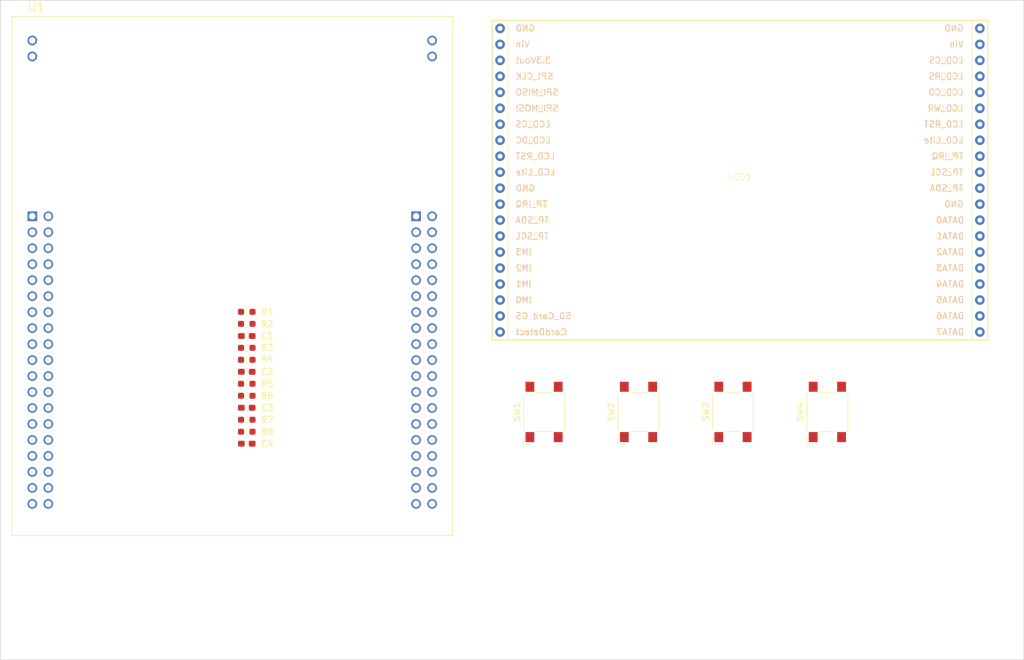
<source format=kicad_pcb>
(kicad_pcb (version 20221018) (generator pcbnew)
  (layers (0 "F.Cu" signal) (31 "B.Cu" signal) (34 "B.Paste" user) (35 "F.Paste" user) (36 "B.SilkS" user "B.Silkscreen") (37 "F.SilkS" user "F.Silkscreen") (38 "B.Mask" user) (39 "F.Mask" user) (44 "Edge.Cuts" user))
  (net 0 "")
  (net 58 "+3V3")
  (net 59 "+5V")
  (net 60 "I2C1_SCL")
  (net 61 "I2C1_SDA")
  (net 62 "GND")
  (net 63 "LCD_CS")
  (net 64 "LCD_DC")
  (net 65 "LCD_RST")
  (net 66 "LCD_LITE")
  (net 67 "UART1_TX")
  (net 68 "SPI1_MISO")
  (net 69 "SPI1_MOSI")
  (net 70 "SPI1_SCK")
  (net 71 "UART1_RX")
  (net 72 "BUTTON1")
  (net 73 "Net-(SW1-A)")
  (net 74 "BUTTON2")
  (net 75 "BUTTON3")
  (net 76 "BUTTON4")
  (net 77 "Net-(SW2-A)")
  (net 78 "Net-(SW3-A)")
  (net 79 "Net-(SW4-A)")
  (net 111 "+3.3V")
  (footprint "Capacitor_SMD:C_0603_1608Metric_Pad1.08x0.95mm_HandSolder" (layer "F.Cu") (at 90.5775 111.095 180)
    (fp_text reference "C4" (at -2.183 0) (layer "F.SilkS") (effects (justify left)))
    (fp_text value "10uF" hide)
    (fp_line (start -0.146267 -0.51) (end 0.146267 -0.51) (stroke (width 0.12)) (layer "F.SilkS"))
    (fp_line (start -0.146267 0.51) (end 0.146267 0.51) (stroke (width 0.12)) (layer "F.SilkS"))
    (pad "1" smd roundrect (at -0.8625 0 180) (size 1.075 0.95) (layers "F.Cu" "F.Paste" "F.Mask") (net 62 "GND"))
    (pad "2" smd roundrect (at 0.8625 0 180) (size 1.075 0.95) (layers "F.Cu" "F.Paste" "F.Mask") (net 76 "BUTTON4"))
  )
  (footprint "Resistor_SMD:R_0603_1608Metric_Pad0.98x0.95mm_HandSolder" (layer "F.Cu") (at 90.5775 90.14 180)
    (fp_text reference "R1" (at -2.183 0 180) (layer "F.SilkS") (effects (justify left)))
    (fp_text value "10K" hide)
    (fp_line (start -0.254724 -0.5225) (end 0.254724 -0.5225) (stroke (width 0.12)) (layer "F.SilkS"))
    (fp_line (start -0.254724 0.5225) (end 0.254724 0.5225) (stroke (width 0.12)) (layer "F.SilkS"))
    (pad "1" smd roundrect (at -0.9125 0 180) (size 0.975 0.95) (layers "F.Cu" "F.Paste" "F.Mask") (net 73 "Net-(SW1-A)"))
    (pad "2" smd roundrect (at 0.9125 0 180) (size 0.975 0.95) (layers "F.Cu" "F.Paste" "F.Mask") (net 111 "+3.3V"))
  )
  (footprint "Capacitor_SMD:C_0603_1608Metric_Pad1.08x0.95mm_HandSolder" (layer "F.Cu") (at 90.5775 99.665 180)
    (fp_text reference "C2" (at -2.183 0) (layer "F.SilkS") (effects (justify left)))
    (fp_text value "10uF" hide)
    (fp_line (start -0.146267 -0.51) (end 0.146267 -0.51) (stroke (width 0.12)) (layer "F.SilkS"))
    (fp_line (start -0.146267 0.51) (end 0.146267 0.51) (stroke (width 0.12)) (layer "F.SilkS"))
    (pad "1" smd roundrect (at -0.8625 0 180) (size 1.075 0.95) (layers "F.Cu" "F.Paste" "F.Mask") (net 62 "GND"))
    (pad "2" smd roundrect (at 0.8625 0 180) (size 1.075 0.95) (layers "F.Cu" "F.Paste" "F.Mask") (net 74 "BUTTON2"))
  )
  (footprint "KPM-Dev-Boards:MODULE_NUCLEO-L053R8" (layer "F.Cu") (at 88.265 84.455)
    (fp_text reference "U1" (at -31.115 -42.799) (layer "F.SilkS") (effects (font (size 1.4 1.4))))
    (fp_text value "NUCLEO-L053R8")
    (fp_line (start -35 -41.25) (end 35 -41.25) (stroke (width 0.127)) (layer "F.SilkS"))
    (fp_line (start -35 41.25) (end -35 -41.25) (stroke (width 0.127)) (layer "F.SilkS"))
    (fp_line (start 35 -41.25) (end 35 41.25) (stroke (width 0.127)) (layer "F.SilkS"))
    (fp_line (start 35 41.25) (end -35 41.25) (stroke (width 0.127)) (layer "F.SilkS"))
    (pad "" np_thru_hole circle locked (at -24.13 -13.32) (size 3.05 3.05) (drill 3.05) (layers "*.Cu" "*.Mask"))
    (pad "" np_thru_hole circle locked (at 8.89 38.75) (size 3.05 3.05) (drill 3.05) (layers "*.Cu" "*.Mask"))
    (pad "" np_thru_hole circle locked (at 24.13 -12.05) (size 3.05 3.05) (drill 3.05) (layers "*.Cu" "*.Mask"))
    (pad "CN7_1" thru_hole rect locked (at -31.75 -9.51) (size 1.53 1.53) (drill 1.02) (layers "*.Cu" "*.Mask"))
    (pad "CN7_2" thru_hole circle locked (at -29.21 -9.51) (size 1.53 1.53) (drill 1.02) (layers "*.Cu" "*.Mask"))
    (pad "CN7_3" thru_hole circle locked (at -31.75 -6.97) (size 1.53 1.53) (drill 1.02) (layers "*.Cu" "*.Mask"))
    (pad "CN7_4" thru_hole circle locked (at -29.21 -6.97) (size 1.53 1.53) (drill 1.02) (layers "*.Cu" "*.Mask"))
    (pad "CN7_5" thru_hole circle locked (at -31.75 -4.43) (size 1.53 1.53) (drill 1.02) (layers "*.Cu" "*.Mask"))
    (pad "CN7_6" thru_hole circle locked (at -29.21 -4.43) (size 1.53 1.53) (drill 1.02) (layers "*.Cu" "*.Mask"))
    (pad "CN7_7" thru_hole circle locked (at -31.75 -1.89) (size 1.53 1.53) (drill 1.02) (layers "*.Cu" "*.Mask"))
    (pad "CN7_8" thru_hole circle locked (at -29.21 -1.89) (size 1.53 1.53) (drill 1.02) (layers "*.Cu" "*.Mask") (net 62 "GND"))
    (pad "CN7_9" thru_hole circle locked (at -31.75 0.65) (size 1.53 1.53) (drill 1.02) (layers "*.Cu" "*.Mask"))
    (pad "CN7_10" thru_hole circle locked (at -29.21 0.65) (size 1.53 1.53) (drill 1.02) (layers "*.Cu" "*.Mask"))
    (pad "CN7_11" thru_hole circle locked (at -31.75 3.19) (size 1.53 1.53) (drill 1.02) (layers "*.Cu" "*.Mask"))
    (pad "CN7_12" thru_hole circle locked (at -29.21 3.19) (size 1.53 1.53) (drill 1.02) (layers "*.Cu" "*.Mask"))
    (pad "CN7_13" thru_hole circle locked (at -31.75 5.73) (size 1.53 1.53) (drill 1.02) (layers "*.Cu" "*.Mask"))
    (pad "CN7_14" thru_hole circle locked (at -29.21 5.73) (size 1.53 1.53) (drill 1.02) (layers "*.Cu" "*.Mask"))
    (pad "CN7_15" thru_hole circle locked (at -31.75 8.27) (size 1.53 1.53) (drill 1.02) (layers "*.Cu" "*.Mask"))
    (pad "CN7_16" thru_hole circle locked (at -29.21 8.27) (size 1.53 1.53) (drill 1.02) (layers "*.Cu" "*.Mask") (net 58 "+3V3"))
    (pad "CN7_17" thru_hole circle locked (at -31.75 10.81) (size 1.53 1.53) (drill 1.02) (layers "*.Cu" "*.Mask"))
    (pad "CN7_18" thru_hole circle locked (at -29.21 10.81) (size 1.53 1.53) (drill 1.02) (layers "*.Cu" "*.Mask") (net 59 "+5V"))
    (pad "CN7_19" thru_hole circle locked (at -31.75 13.35) (size 1.53 1.53) (drill 1.02) (layers "*.Cu" "*.Mask") (net 62 "GND"))
    (pad "CN7_20" thru_hole circle locked (at -29.21 13.35) (size 1.53 1.53) (drill 1.02) (layers "*.Cu" "*.Mask") (net 62 "GND"))
    (pad "CN7_21" thru_hole circle locked (at -31.75 15.89) (size 1.53 1.53) (drill 1.02) (layers "*.Cu" "*.Mask"))
    (pad "CN7_22" thru_hole circle locked (at -29.21 15.89) (size 1.53 1.53) (drill 1.02) (layers "*.Cu" "*.Mask") (net 62 "GND"))
    (pad "CN7_23" thru_hole circle locked (at -31.75 18.43) (size 1.53 1.53) (drill 1.02) (layers "*.Cu" "*.Mask"))
    (pad "CN7_24" thru_hole circle locked (at -29.21 18.43) (size 1.53 1.53) (drill 1.02) (layers "*.Cu" "*.Mask"))
    (pad "CN7_25" thru_hole circle locked (at -31.75 20.97) (size 1.53 1.53) (drill 1.02) (layers "*.Cu" "*.Mask"))
    (pad "CN7_26" thru_hole circle locked (at -29.21 20.97) (size 1.53 1.53) (drill 1.02) (layers "*.Cu" "*.Mask"))
    (pad "CN7_27" thru_hole circle locked (at -31.75 23.51) (size 1.53 1.53) (drill 1.02) (layers "*.Cu" "*.Mask"))
    (pad "CN7_28" thru_hole circle locked (at -29.21 23.51) (size 1.53 1.53) (drill 1.02) (layers "*.Cu" "*.Mask"))
    (pad "CN7_29" thru_hole circle locked (at -31.75 26.05) (size 1.53 1.53) (drill 1.02) (layers "*.Cu" "*.Mask"))
    (pad "CN7_30" thru_hole circle locked (at -29.21 26.05) (size 1.53 1.53) (drill 1.02) (layers "*.Cu" "*.Mask"))
    (pad "CN7_31" thru_hole circle locked (at -31.75 28.59) (size 1.53 1.53) (drill 1.02) (layers "*.Cu" "*.Mask"))
    (pad "CN7_32" thru_hole circle locked (at -29.21 28.59) (size 1.53 1.53) (drill 1.02) (layers "*.Cu" "*.Mask"))
    (pad "CN7_33" thru_hole circle locked (at -31.75 31.13) (size 1.53 1.53) (drill 1.02) (layers "*.Cu" "*.Mask"))
    (pad "CN7_34" thru_hole circle locked (at -29.21 31.13) (size 1.53 1.53) (drill 1.02) (layers "*.Cu" "*.Mask"))
    (pad "CN7_35" thru_hole circle locked (at -31.75 33.67) (size 1.53 1.53) (drill 1.02) (layers "*.Cu" "*.Mask"))
    (pad "CN7_36" thru_hole circle locked (at -29.21 33.67) (size 1.53 1.53) (drill 1.02) (layers "*.Cu" "*.Mask"))
    (pad "CN7_37" thru_hole circle locked (at -31.75 36.21) (size 1.53 1.53) (drill 1.02) (layers "*.Cu" "*.Mask"))
    (pad "CN7_38" thru_hole circle locked (at -29.21 36.21) (size 1.53 1.53) (drill 1.02) (layers "*.Cu" "*.Mask"))
    (pad "CN10_1" thru_hole rect locked (at 29.21 -9.51) (size 1.53 1.53) (drill 1.02) (layers "*.Cu" "*.Mask"))
    (pad "CN10_2" thru_hole circle locked (at 31.75 -9.51) (size 1.53 1.53) (drill 1.02) (layers "*.Cu" "*.Mask"))
    (pad "CN10_3" thru_hole circle locked (at 29.21 -6.97) (size 1.53 1.53) (drill 1.02) (layers "*.Cu" "*.Mask") (net 60 "I2C1_SCL"))
    (pad "CN10_4" thru_hole circle locked (at 31.75 -6.97) (size 1.53 1.53) (drill 1.02) (layers "*.Cu" "*.Mask") (net 63 "LCD_CS"))
    (pad "CN10_5" thru_hole circle locked (at 29.21 -4.43) (size 1.53 1.53) (drill 1.02) (layers "*.Cu" "*.Mask") (net 61 "I2C1_SDA"))
    (pad "CN10_6" thru_hole circle locked (at 31.75 -4.43) (size 1.53 1.53) (drill 1.02) (layers "*.Cu" "*.Mask") (net 64 "LCD_DC"))
    (pad "CN10_7" thru_hole circle locked (at 29.21 -1.89) (size 1.53 1.53) (drill 1.02) (layers "*.Cu" "*.Mask"))
    (pad "CN10_8" thru_hole circle locked (at 31.75 -1.89) (size 1.53 1.53) (drill 1.02) (layers "*.Cu" "*.Mask"))
    (pad "CN10_9" thru_hole circle locked (at 29.21 0.65) (size 1.53 1.53) (drill 1.02) (layers "*.Cu" "*.Mask") (net 62 "GND"))
    (pad "CN10_10" thru_hole circle locked (at 31.75 0.65) (size 1.53 1.53) (drill 1.02) (layers "*.Cu" "*.Mask"))
    (pad "CN10_11" thru_hole circle locked (at 29.21 3.19) (size 1.53 1.53) (drill 1.02) (layers "*.Cu" "*.Mask"))
    (pad "CN10_12" thru_hole circle locked (at 31.75 3.19) (size 1.53 1.53) (drill 1.02) (layers "*.Cu" "*.Mask"))
    (pad "CN10_13" thru_hole circle locked (at 29.21 5.73) (size 1.53 1.53) (drill 1.02) (layers "*.Cu" "*.Mask") (net 65 "LCD_RST"))
    (pad "CN10_14" thru_hole circle locked (at 31.75 5.73) (size 1.53 1.53) (drill 1.02) (layers "*.Cu" "*.Mask"))
    (pad "CN10_15" thru_hole circle locked (at 29.21 8.27) (size 1.53 1.53) (drill 1.02) (layers "*.Cu" "*.Mask") (net 66 "LCD_LITE"))
    (pad "CN10_16" thru_hole circle locked (at 31.75 8.27) (size 1.53 1.53) (drill 1.02) (layers "*.Cu" "*.Mask"))
    (pad "CN10_17" thru_hole circle locked (at 29.21 10.81) (size 1.53 1.53) (drill 1.02) (layers "*.Cu" "*.Mask"))
    (pad "CN10_18" thru_hole circle locked (at 31.75 10.81) (size 1.53 1.53) (drill 1.02) (layers "*.Cu" "*.Mask"))
    (pad "CN10_19" thru_hole circle locked (at 29.21 13.35) (size 1.53 1.53) (drill 1.02) (layers "*.Cu" "*.Mask"))
    (pad "CN10_20" thru_hole circle locked (at 31.75 13.35) (size 1.53 1.53) (drill 1.02) (layers "*.Cu" "*.Mask") (net 62 "GND"))
    (pad "CN10_21" thru_hole circle locked (at 29.21 15.89) (size 1.53 1.53) (drill 1.02) (layers "*.Cu" "*.Mask") (net 67 "UART1_TX"))
    (pad "CN10_22" thru_hole circle locked (at 31.75 15.89) (size 1.53 1.53) (drill 1.02) (layers "*.Cu" "*.Mask"))
    (pad "CN10_23" thru_hole circle locked (at 29.21 18.43) (size 1.53 1.53) (drill 1.02) (layers "*.Cu" "*.Mask"))
    (pad "CN10_24" thru_hole circle locked (at 31.75 18.43) (size 1.53 1.53) (drill 1.02) (layers "*.Cu" "*.Mask"))
    (pad "CN10_25" thru_hole circle locked (at 29.21 20.97) (size 1.53 1.53) (drill 1.02) (layers "*.Cu" "*.Mask"))
    (pad "CN10_26" thru_hole circle locked (at 31.75 20.97) (size 1.53 1.53) (drill 1.02) (layers "*.Cu" "*.Mask"))
    (pad "CN10_27" thru_hole circle locked (at 29.21 23.51) (size 1.53 1.53) (drill 1.02) (layers "*.Cu" "*.Mask") (net 68 "SPI1_MISO"))
    (pad "CN10_28" thru_hole circle locked (at 31.75 23.51) (size 1.53 1.53) (drill 1.02) (layers "*.Cu" "*.Mask"))
    (pad "CN10_29" thru_hole circle locked (at 29.21 26.05) (size 1.53 1.53) (drill 1.02) (layers "*.Cu" "*.Mask") (net 69 "SPI1_MOSI"))
    (pad "CN10_30" thru_hole circle locked (at 31.75 26.05) (size 1.53 1.53) (drill 1.02) (layers "*.Cu" "*.Mask"))
    (pad "CN10_31" thru_hole circle locked (at 29.21 28.59) (size 1.53 1.53) (drill 1.02) (layers "*.Cu" "*.Mask") (net 70 "SPI1_SCK"))
    (pad "CN10_32" thru_hole circle locked (at 31.75 28.59) (size 1.53 1.53) (drill 1.02) (layers "*.Cu" "*.Mask"))
    (pad "CN10_33" thru_hole circle locked (at 29.21 31.13) (size 1.53 1.53) (drill 1.02) (layers "*.Cu" "*.Mask") (net 71 "UART1_RX"))
    (pad "CN10_34" thru_hole circle locked (at 31.75 31.13) (size 1.53 1.53) (drill 1.02) (layers "*.Cu" "*.Mask"))
    (pad "CN10_35" thru_hole circle locked (at 29.21 33.67) (size 1.53 1.53) (drill 1.02) (layers "*.Cu" "*.Mask"))
    (pad "CN10_36" thru_hole circle locked (at 31.75 33.67) (size 1.53 1.53) (drill 1.02) (layers "*.Cu" "*.Mask"))
    (pad "CN10_37" thru_hole circle locked (at 29.21 36.21) (size 1.53 1.53) (drill 1.02) (layers "*.Cu" "*.Mask"))
    (pad "CN10_38" thru_hole circle locked (at 31.75 36.21) (size 1.53 1.53) (drill 1.02) (layers "*.Cu" "*.Mask"))
    (pad "CN11_1" thru_hole circle locked (at 31.75 -37.45) (size 1.53 1.53) (drill 1.02) (layers "*.Cu" "*.Mask") (net 62 "GND"))
    (pad "CN11_2" thru_hole circle locked (at 31.75 -34.91) (size 1.53 1.53) (drill 1.02) (layers "*.Cu" "*.Mask") (net 62 "GND"))
    (pad "CN12_1" thru_hole circle locked (at -31.75 -37.45) (size 1.53 1.53) (drill 1.02) (layers "*.Cu" "*.Mask") (net 62 "GND"))
    (pad "CN12_2" thru_hole circle locked (at -31.75 -34.91) (size 1.53 1.53) (drill 1.02) (layers "*.Cu" "*.Mask") (net 62 "GND"))
  )
  (footprint "Resistor_SMD:R_0603_1608Metric_Pad0.98x0.95mm_HandSolder" (layer "F.Cu") (at 90.5775 97.76)
    (fp_text reference "R4" (at 2.183 -0.12) (layer "F.SilkS") (effects (justify left)))
    (fp_text value "1K" hide)
    (fp_line (start -0.254724 -0.5225) (end 0.254724 -0.5225) (stroke (width 0.12)) (layer "F.SilkS"))
    (fp_line (start -0.254724 0.5225) (end 0.254724 0.5225) (stroke (width 0.12)) (layer "F.SilkS"))
    (pad "1" smd roundrect (at -0.9125 0) (size 0.975 0.95) (layers "F.Cu" "F.Paste" "F.Mask") (net 74 "BUTTON2"))
    (pad "2" smd roundrect (at 0.9125 0) (size 0.975 0.95) (layers "F.Cu" "F.Paste" "F.Mask") (net 77 "Net-(SW2-A)"))
  )
  (footprint "Capacitor_SMD:C_0603_1608Metric_Pad1.08x0.95mm_HandSolder" (layer "F.Cu") (at 90.5775 93.98 180)
    (fp_text reference "C1" (at -2.183 0.03 180) (layer "F.SilkS") (effects (justify left)))
    (fp_text value "10uF" hide)
    (fp_line (start -0.146267 -0.51) (end 0.146267 -0.51) (stroke (width 0.12)) (layer "F.SilkS"))
    (fp_line (start -0.146267 0.51) (end 0.146267 0.51) (stroke (width 0.12)) (layer "F.SilkS"))
    (pad "1" smd roundrect (at -0.8625 0 180) (size 1.075 0.95) (layers "F.Cu" "F.Paste" "F.Mask") (net 62 "GND"))
    (pad "2" smd roundrect (at 0.8625 0 180) (size 1.075 0.95) (layers "F.Cu" "F.Paste" "F.Mask") (net 72 "BUTTON1"))
  )
  (footprint "Capacitor_SMD:C_0603_1608Metric_Pad1.08x0.95mm_HandSolder" (layer "F.Cu") (at 90.5775 105.38 180)
    (fp_text reference "C3" (at -2.183 0) (layer "F.SilkS") (effects (justify left)))
    (fp_text value "10uF" hide)
    (fp_line (start -0.146267 -0.51) (end 0.146267 -0.51) (stroke (width 0.12)) (layer "F.SilkS"))
    (fp_line (start -0.146267 0.51) (end 0.146267 0.51) (stroke (width 0.12)) (layer "F.SilkS"))
    (pad "1" smd roundrect (at -0.8625 0 180) (size 1.075 0.95) (layers "F.Cu" "F.Paste" "F.Mask") (net 62 "GND"))
    (pad "2" smd roundrect (at 0.8625 0 180) (size 1.075 0.95) (layers "F.Cu" "F.Paste" "F.Mask") (net 75 "BUTTON3"))
  )
  (footprint "Resistor_SMD:R_0603_1608Metric_Pad0.98x0.95mm_HandSolder" (layer "F.Cu") (at 90.5775 101.57 180)
    (fp_text reference "R5" (at -2.183 0) (layer "F.SilkS") (effects (justify left)))
    (fp_text value "10K" hide)
    (fp_line (start -0.254724 -0.5225) (end 0.254724 -0.5225) (stroke (width 0.12)) (layer "F.SilkS"))
    (fp_line (start -0.254724 0.5225) (end 0.254724 0.5225) (stroke (width 0.12)) (layer "F.SilkS"))
    (pad "1" smd roundrect (at -0.9125 0 180) (size 0.975 0.95) (layers "F.Cu" "F.Paste" "F.Mask") (net 78 "Net-(SW3-A)"))
    (pad "2" smd roundrect (at 0.9125 0 180) (size 0.975 0.95) (layers "F.Cu" "F.Paste" "F.Mask") (net 111 "+3.3V"))
  )
  (footprint "Button_Switch_SMD:SW_SPST_Omron_B3FS-101xP" (layer "F.Cu") (at 167.795 106.045 90)
    (fp_text reference "SW3" (at 0 -4.3 90) (layer "F.SilkS"))
    (fp_text value "SW_SPST" hide)
    (fp_line (start -5.1 -3.3) (end -4.1 -3.3) (stroke (width 0.12)) (layer "F.SilkS"))
    (fp_line (start -5.1 -2.3) (end -5.1 -3.3) (stroke (width 0.12)) (layer "F.SilkS"))
    (fp_line (start -3.1 -1.3) (end -3.1 1.3) (stroke (width 0.12)) (layer "F.SilkS"))
    (fp_line (start 2.9 -3.25) (end -2.9 -3.25) (stroke (width 0.12)) (layer "F.SilkS"))
    (fp_line (start 3 3.25) (end -3 3.25) (stroke (width 0.12)) (layer "F.SilkS"))
    (fp_line (start 3.1 -1.3) (end 3.1 1.3) (stroke (width 0.12)) (layer "F.SilkS"))
    (pad "1" smd rect (at -4 -2.25 270) (size 1.6 1.4) (layers "F.Cu" "F.Paste" "F.Mask") (net 78 "Net-(SW3-A)"))
    (pad "1" smd rect (at 4 -2.25 270) (size 1.6 1.4) (layers "F.Cu" "F.Paste" "F.Mask") (net 78 "Net-(SW3-A)"))
    (pad "2" smd rect (at -4 2.25 270) (size 1.6 1.4) (layers "F.Cu" "F.Paste" "F.Mask") (net 62 "GND"))
    (pad "2" smd rect (at 4 2.25 270) (size 1.6 1.4) (layers "F.Cu" "F.Paste" "F.Mask") (net 62 "GND"))
  )
  (footprint "KPM-Dev-Boards:Adafruit_2090_Display" (layer "F.Cu") (at 168.91 69.215)
    (fp_text reference "LCD1" (at 0 -0.5 unlocked) (layer "F.SilkS") (effects (font (thickness 0.1))))
    (fp_text value "~")
    (fp_text user "LCD_CS" (at 35.56 -19.05 unlocked) (layer "B.SilkS") (effects (font (thickness 0.1)) (justify left mirror)))
    (fp_text user "IM1" (at -33.02 16.51 unlocked) (layer "B.SilkS") (effects (font (thickness 0.1)) (justify left mirror)))
    (fp_text user "IM2" (at -33.02 13.97 unlocked) (layer "B.SilkS") (effects (font (thickness 0.1)) (justify left mirror)))
    (fp_text user "DATA3" (at 31.115 13.97 unlocked) (layer "B.SilkS") (effects (font (thickness 0.1)) (justify right mirror)))
    (fp_text user "3.3Vout" (at -29.97238 -19.05 unlocked) (layer "B.SilkS") (effects (font (thickness 0.1)) (justify left mirror)))
    (fp_text user "TP_SDA" (at 35.56 1.27 unlocked) (layer "B.SilkS") (effects (font (thickness 0.1)) (justify left mirror)))
    (fp_text user "SPI_CLK" (at -29.591428 -16.51 unlocked) (layer "B.SilkS") (effects (font (thickness 0.1)) (justify left mirror)))
    (fp_text user "SPI_MISO" (at -28.781905 -13.97 unlocked) (layer "B.SilkS") (effects (font (thickness 0.1)) (justify left mirror)))
    (fp_text user "LCD_CS" (at -30.067618 -8.89 unlocked) (layer "B.SilkS") (effects (font (thickness 0.1)) (justify left mirror)))
    (fp_text user "TP_SDA" (at -30.258094 6.35 unlocked) (layer "B.SilkS") (effects (font (thickness 0.1)) (justify left mirror)))
    (fp_text user "SPI_MOSI" (at -28.781905 -11.43 unlocked) (layer "B.SilkS") (effects (font (thickness 0.1)) (justify left mirror)))
    (fp_text user "GND" (at -32.543809 -24.13 unlocked) (layer "B.SilkS") (effects (font (thickness 0.1)) (justify left mirror)))
    (fp_text user "LCD_WR" (at 35.56 -11.43 unlocked) (layer "B.SilkS") (effects (font (thickness 0.1)) (justify left mirror)))
    (fp_text user "GND" (at -32.543809 1.27 unlocked) (layer "B.SilkS") (effects (font (thickness 0.1)) (justify left mirror)))
    (fp_text user "LCD_Lite" (at -29.305713 -1.27 unlocked) (layer "B.SilkS") (effects (font (thickness 0.1)) (justify left mirror)))
    (fp_text user "DATA1" (at 31.115 8.89 unlocked) (layer "B.SilkS") (effects (font (thickness 0.1)) (justify right mirror)))
    (fp_text user "LCD_DC" (at -30.019999 -6.35 unlocked) (layer "B.SilkS") (effects (font (thickness 0.1)) (justify left mirror)))
    (fp_text user "SD_Card CS" (at -26.734284 21.59 unlocked) (layer "B.SilkS") (effects (font (thickness 0.1)) (justify left mirror)))
    (fp_text user "DATA0" (at 31.115 6.35 unlocked) (layer "B.SilkS") (effects (font (thickness 0.1)) (justify right mirror)))
    (fp_text user "DATA4" (at 31.115 16.51 unlocked) (layer "B.SilkS") (effects (font (thickness 0.1)) (justify right mirror)))
    (fp_text user "DATA6" (at 31.115 21.59 unlocked) (layer "B.SilkS") (effects (font (thickness 0.1)) (justify right mirror)))
    (fp_text user "TP_IRQ" (at -30.543809 3.81 unlocked) (layer "B.SilkS") (effects (font (thickness 0.1)) (justify left mirror)))
    (fp_text user "Vin" (at -33.353333 -21.59 unlocked) (layer "B.SilkS") (effects (font (thickness 0.1)) (justify left mirror)))
    (fp_text user "LCD_RST" (at 35.56 -8.89 unlocked) (layer "B.SilkS") (effects (font (thickness 0.1)) (justify left mirror)))
    (fp_text user "DATA7" (at 31.115 24.13 unlocked) (layer "B.SilkS") (effects (font (thickness 0.1)) (justify right mirror)))
    (fp_text user "IM0" (at -33.02 19.05 unlocked) (layer "B.SilkS") (effects (font (thickness 0.1)) (justify left mirror)))
    (fp_text user "TP_IRQ" (at 35.56 -3.81 unlocked) (layer "B.SilkS") (effects (font (thickness 0.1)) (justify left mirror)))
    (fp_text user "DATA5" (at 31.115 19.05 unlocked) (layer "B.SilkS") (effects (font (thickness 0.1)) (justify right mirror)))
    (fp_text user "CardDetect" (at -27.448569 24.13 unlocked) (layer "B.SilkS") (effects (font (thickness 0.1)) (justify left mirror)))
    (fp_text user "LCD_CD" (at 35.56 -13.97 unlocked) (layer "B.SilkS") (effects (font (thickness 0.1)) (justify left mirror)))
    (fp_text user "GND" (at 35.56 -24.13 unlocked) (layer "B.SilkS") (effects (font (thickness 0.1)) (justify left mirror)))
    (fp_text user "DATA2" (at 31.115 11.43 unlocked) (layer "B.SilkS") (effects (font (thickness 0.1)) (justify right mirror)))
    (fp_text user "GND" (at 35.56 3.81 unlocked) (layer "B.SilkS") (effects (font (thickness 0.1)) (justify left mirror)))
    (fp_text user "LCD_RST" (at -29.305713 -3.81 unlocked) (layer "B.SilkS") (effects (font (thickness 0.1)) (justify left mirror)))
    (fp_text user "IM3" (at -33.02 11.43 unlocked) (layer "B.SilkS") (effects (font (thickness 0.1)) (justify left mirror)))
    (fp_text user "LCD_Lite" (at 35.56 -6.35 unlocked) (layer "B.SilkS") (effects (font (thickness 0.1)) (justify left mirror)))
    (fp_text user "LCD_RS" (at 35.56 -16.51 unlocked) (layer "B.SilkS") (effects (font (thickness 0.1)) (justify left mirror)))
    (fp_text user "TP_SCL" (at 35.56 -1.27 unlocked) (layer "B.SilkS") (effects (font (thickness 0.1)) (justify left mirror)))
    (fp_text user "Vin" (at 35.56 -21.59 unlocked) (layer "B.SilkS") (effects (font (thickness 0.1)) (justify left mirror)))
    (fp_text user "TP_SCL" (at -30.305713 8.89 unlocked) (layer "B.SilkS") (effects (font (thickness 0.1)) (justify left mirror)))
    (fp_text user "LCD_RS" (at 35.56 -16.51 unlocked) (layer "F.SilkS") (effects (font (thickness 0.1)) (justify right)))
    (fp_text user "IM1" (at -35.56 16.51 unlocked) (layer "F.SilkS") (effects (font (thickness 0.1)) (justify left)))
    (fp_text user "TP_SCL" (at 30.174285 -1.27 unlocked) (layer "F.SilkS") (effects (font (thickness 0.1)) (justify left)))
    (fp_text user "DATA1" (at 35.56 8.89 unlocked) (layer "F.SilkS") (effects (font (thickness 0.1)) (justify right)))
    (fp_text user "SPI_MISO" (at -35.56 -13.97 unlocked) (layer "F.SilkS") (effects (font (thickness 0.1)) (justify left)))
    (fp_text user "SPI_CLK" (at -35.56 -16.51 unlocked) (layer "F.SilkS") (effects (font (thickness 0.1)) (justify left)))
    (fp_text user "Vin" (at 33.221905 -21.59 unlocked) (layer "F.SilkS") (effects (font (thickness 0.1)) (justify left)))
    (fp_text user "LCD_CS" (at -35.56 -8.89 unlocked) (layer "F.SilkS") (effects (font (thickness 0.1)) (justify left)))
    (fp_text user "GND" (at -35.56 1.27 unlocked) (layer "F.SilkS") (effects (font (thickness 0.1)) (justify left)))
    (fp_text user "DATA3" (at 35.56 13.97 unlocked) (layer "F.SilkS") (effects (font (thickness 0.1)) (justify right)))
    (fp_text user "3.3Vout" (at -35.56 -19.05 unlocked) (layer "F.SilkS") (effects (font (thickness 0.1)) (justify left)))
    (fp_text user "DATA2" (at 35.56 11.43 unlocked) (layer "F.SilkS") (effects (font (thickness 0.1)) (justify right)))
    (fp_text user "GND" (at -35.56 -24.13 unlocked) (layer "F.SilkS") (effects (font (thickness 0.1)) (justify left)))
    (fp_text user "LCD_RST" (at 29.174285 -8.89 unlocked) (layer "F.SilkS") (effects (font (thickness 0.1)) (justify left)))
    (fp_text user "IM2" (at -35.56 13.97 unlocked) (layer "F.SilkS") (effects (font (thickness 0.1)) (justify left)))
    (fp_text user "TP_SDA" (at 30.126666 1.27 unlocked) (layer "F.SilkS") (effects (font (thickness 0.1)) (justify left)))
    (fp_text user "LCD_Lite" (at -35.56 -1.27 unlocked) (layer "F.SilkS") (effects (font (thickness 0.1)) (justify left)))
    (fp_text user "GND" (at 32.412381 3.81 unlocked) (layer "F.SilkS") (effects (font (thickness 0.1)) (justify left)))
    (fp_text user "TP_SDA" (at -35.56 6.35 unlocked) (layer "F.SilkS") (effects (font (thickness 0.1)) (justify left)))
    (fp_text user "DATA4" (at 35.56 16.51 unlocked) (layer "F.SilkS") (effects (font (thickness 0.1)) (justify right)))
    (fp_text user "LCD_DC" (at -35.56 -6.35 unlocked) (layer "F.SilkS") (effects (font (thickness 0.1)) (justify left)))
    (fp_text user "GND" (at 32.412381 -24.13 unlocked) (layer "F.SilkS") (effects (font (thickness 0.1)) (justify left)))
    (fp_text user "DATA6" (at 35.56 21.59 unlocked) (layer "F.SilkS") (effects (font (thickness 0.1)) (justify right)))
    (fp_text user "IM3" (at -35.56 11.43 unlocked) (layer "F.SilkS") (effects (font (thickness 0.1)) (justify left)))
    (fp_text user "LCD_WR" (at 35.56 -11.43 unlocked) (layer "F.SilkS") (effects (font (thickness 0.1)) (justify right)))
    (fp_text user "SPI_MOSI" (at -35.56 -11.43 unlocked) (layer "F.SilkS") (effects (font (thickness 0.1)) (justify left)))
    (fp_text user "LCD_CS" (at 29.93619 -19.05 unlocked) (layer "F.SilkS") (effects (font (thickness 0.1)) (justify left)))
    (fp_text user "TP_SCL" (at -35.56 8.89 unlocked) (layer "F.SilkS") (effects (font (thickness 0.1)) (justify left)))
    (fp_text user "TP_IRQ" (at 30.412381 -3.81 unlocked) (layer "F.SilkS") (effects (font (thickness 0.1)) (justify left)))
    (fp_text user "Vin" (at -35.56 -21.59 unlocked) (layer "F.SilkS") (effects (font (thickness 0.1)) (justify left)))
    (fp_text user "SD_Card CS" (at -35.56 21.59 unlocked) (layer "F.SilkS") (effects (font (thickness 0.1)) (justify left)))
    (fp_text user "LCD_RST" (at -35.56 -3.81 unlocked) (layer "F.SilkS") (effects (font (thickness 0.1)) (justify left)))
    (fp_text user "LCD_CD" (at 29.888571 -13.97 unlocked) (layer "F.SilkS") (effects (font (thickness 0.1)) (justify left)))
    (fp_text user "CardDetect" (at -35.56 24.13 unlocked) (layer "F.SilkS") (effects (font (thickness 0.1)) (justify left)))
    (fp_text user "IM0" (at -35.56 19.05 unlocked) (layer "F.SilkS") (effects (font (thickness 0.1)) (justify left)))
    (fp_text user "LCD_Lite" (at 29.174285 -6.35 unlocked) (layer "F.SilkS") (effects (font (thickness 0.1)) (justify left)))
    (fp_text user "DATA7" (at 35.56 24.13 unlocked) (layer "F.SilkS") (effects (font (thickness 0.1)) (justify right)))
    (fp_text user "TP_IRQ" (at -35.56 3.81 unlocked) (layer "F.SilkS") (effects (font (thickness 0.1)) (justify left)))
    (fp_text user "DATA0" (at 35.56 6.35 unlocked) (layer "F.SilkS") (effects (font (thickness 0.1)) (justify right)))
    (fp_text user "DATA5" (at 35.56 19.05 unlocked) (layer "F.SilkS") (effects (font (thickness 0.1)) (justify right)))
    (fp_rect (start -39.37 -25.4) (end -36.83 25.4) (stroke (width 0.1)) (fill none) (layer "F.SilkS"))
    (fp_rect (start -39.37 -25.4) (end 39.37 25.4) (stroke (width 0.2)) (fill none) (layer "F.SilkS"))
    (fp_rect (start 36.83 -25.4) (end 39.37 25.4) (stroke (width 0.1)) (fill none) (layer "F.SilkS"))
    (pad "1" thru_hole circle locked (at -38.1 -24.13) (size 1.524 1.524) (drill 0.762) (layers "*.Cu" "*.Mask") (net 62 "GND"))
    (pad "2" thru_hole circle locked (at -38.1 -21.59) (size 1.524 1.524) (drill 0.762) (layers "*.Cu" "*.Mask") (net 59 "+5V"))
    (pad "3" thru_hole circle locked (at -38.1 -19.05) (size 1.524 1.524) (drill 0.762) (layers "*.Cu" "*.Mask"))
    (pad "4" thru_hole circle locked (at -38.1 -16.51) (size 1.524 1.524) (drill 0.762) (layers "*.Cu" "*.Mask") (net 70 "SPI1_SCK"))
    (pad "5" thru_hole circle locked (at -38.1 -13.97) (size 1.524 1.524) (drill 0.762) (layers "*.Cu" "*.Mask") (net 68 "SPI1_MISO"))
    (pad "6" thru_hole circle locked (at -38.1 -11.43) (size 1.524 1.524) (drill 0.762) (layers "*.Cu" "*.Mask") (net 69 "SPI1_MOSI"))
    (pad "7" thru_hole circle locked (at -38.1 -8.89) (size 1.524 1.524) (drill 0.762) (layers "*.Cu" "*.Mask") (net 63 "LCD_CS"))
    (pad "8" thru_hole circle locked (at -38.1 -6.35) (size 1.524 1.524) (drill 0.762) (layers "*.Cu" "*.Mask") (net 64 "LCD_DC"))
    (pad "9" thru_hole circle locked (at -38.1 -3.81) (size 1.524 1.524) (drill 0.762) (layers "*.Cu" "*.Mask") (net 65 "LCD_RST"))
    (pad "10" thru_hole circle locked (at -38.1 -1.27) (size 1.524 1.524) (drill 0.762) (layers "*.Cu" "*.Mask") (net 66 "LCD_LITE"))
    (pad "11" thru_hole circle locked (at -38.1 1.27) (size 1.524 1.524) (drill 0.762) (layers "*.Cu" "*.Mask"))
    (pad "12" thru_hole circle locked (at -38.1 3.81) (size 1.524 1.524) (drill 0.762) (layers "*.Cu" "*.Mask"))
    (pad "13" thru_hole circle locked (at -38.1 6.35) (size 1.524 1.524) (drill 0.762) (layers "*.Cu" "*.Mask"))
    (pad "14" thru_hole circle locked (at -38.1 8.89) (size 1.524 1.524) (drill 0.762) (layers "*.Cu" "*.Mask"))
    (pad "15" thru_hole circle locked (at -38.1 11.43) (size 1.524 1.524) (drill 0.762) (layers "*.Cu" "*.Mask"))
    (pad "16" thru_hole circle locked (at -38.1 13.97) (size 1.524 1.524) (drill 0.762) (layers "*.Cu" "*.Mask"))
    (pad "17" thru_hole circle locked (at -38.1 16.51) (size 1.524 1.524) (drill 0.762) (layers "*.Cu" "*.Mask"))
    (pad "18" thru_hole circle locked (at -38.1 19.05) (size 1.524 1.524) (drill 0.762) (layers "*.Cu" "*.Mask"))
    (pad "19" thru_hole circle locked (at -38.1 21.59) (size 1.524 1.524) (drill 0.762) (layers "*.Cu" "*.Mask"))
    (pad "20" thru_hole circle locked (at -38.1 24.13) (size 1.524 1.524) (drill 0.762) (layers "*.Cu" "*.Mask"))
    (pad "21" thru_hole circle locked (at 38.1 -24.13) (size 1.524 1.524) (drill 0.762) (layers "*.Cu" "*.Mask"))
    (pad "22" thru_hole circle locked (at 38.1 -21.59) (size 1.524 1.524) (drill 0.762) (layers "*.Cu" "*.Mask"))
    (pad "23" thru_hole circle locked (at 38.1 -19.05) (size 1.524 1.524) (drill 0.762) (layers "*.Cu" "*.Mask"))
    (pad "24" thru_hole circle locked (at 38.1 -16.51) (size 1.524 1.524) (drill 0.762) (layers "*.Cu" "*.Mask"))
    (pad "25" thru_hole circle locked (at 38.1 -13.97) (size 1.524 1.524) (drill 0.762) (layers "*.Cu" "*.Mask"))
    (pad "26" thru_hole circle locked (at 38.1 -11.43) (size 1.524 1.524) (drill 0.762) (layers "*.Cu" "*.Mask"))
    (pad "27" thru_hole circle locked (at 38.1 -8.89) (size 1.524 1.524) (drill 0.762) (layers "*.Cu" "*.Mask"))
    (pad "28" thru_hole circle locked (at 38.1 -6.35) (size 1.524 1.524) (drill 0.762) (layers "*.Cu" "*.Mask"))
    (pad "29" thru_hole circle locked (at 38.1 -3.81) (size 1.524 1.524) (drill 0.762) (layers "*.Cu" "*.Mask"))
    (pad "30" thru_hole circle locked (at 38.1 -1.27) (size 1.524 1.524) (drill 0.762) (layers "*.Cu" "*.Mask"))
    (pad "31" thru_hole circle locked (at 38.1 1.27) (size 1.524 1.524) (drill 0.762) (layers "*.Cu" "*.Mask"))
    (pad "32" thru_hole circle locked (at 38.1 3.81) (size 1.524 1.524) (drill 0.762) (layers "*.Cu" "*.Mask"))
    (pad "33" thru_hole circle locked (at 38.1 6.35) (size 1.524 1.524) (drill 0.762) (layers "*.Cu" "*.Mask"))
    (pad "34" thru_hole circle locked (at 38.1 8.89) (size 1.524 1.524) (drill 0.762) (layers "*.Cu" "*.Mask"))
    (pad "35" thru_hole circle locked (at 38.1 11.43) (size 1.524 1.524) (drill 0.762) (layers "*.Cu" "*.Mask"))
    (pad "36" thru_hole circle locked (at 38.1 13.97) (size 1.524 1.524) (drill 0.762) (layers "*.Cu" "*.Mask"))
    (pad "37" thru_hole circle locked (at 38.1 16.51) (size 1.524 1.524) (drill 0.762) (layers "*.Cu" "*.Mask"))
    (pad "38" thru_hole circle locked (at 38.1 19.05) (size 1.524 1.524) (drill 0.762) (layers "*.Cu" "*.Mask"))
    (pad "39" thru_hole circle locked (at 38.1 21.59) (size 1.524 1.524) (drill 0.762) (layers "*.Cu" "*.Mask"))
    (pad "40" thru_hole circle locked (at 38.1 24.13) (size 1.524 1.524) (drill 0.762) (layers "*.Cu" "*.Mask"))
  )
  (footprint "Resistor_SMD:R_0603_1608Metric_Pad0.98x0.95mm_HandSolder" (layer "F.Cu") (at 90.5775 92.045)
    (fp_text reference "R2" (at 2.183 0.03) (layer "F.SilkS") (effects (justify left)))
    (fp_text value "1K" hide)
    (fp_line (start -0.254724 -0.5225) (end 0.254724 -0.5225) (stroke (width 0.12)) (layer "F.SilkS"))
    (fp_line (start -0.254724 0.5225) (end 0.254724 0.5225) (stroke (width 0.12)) (layer "F.SilkS"))
    (pad "1" smd roundrect (at -0.9125 0) (size 0.975 0.95) (layers "F.Cu" "F.Paste" "F.Mask") (net 72 "BUTTON1"))
    (pad "2" smd roundrect (at 0.9125 0) (size 0.975 0.95) (layers "F.Cu" "F.Paste" "F.Mask") (net 73 "Net-(SW1-A)"))
  )
  (footprint "Button_Switch_SMD:SW_SPST_Omron_B3FS-101xP" (layer "F.Cu") (at 137.795 106.045 90)
    (fp_text reference "SW1" (at 0 -4.3 90) (layer "F.SilkS"))
    (fp_text value "SW_SPST" hide)
    (fp_line (start -5.1 -3.3) (end -4.1 -3.3) (stroke (width 0.12)) (layer "F.SilkS"))
    (fp_line (start -5.1 -2.3) (end -5.1 -3.3) (stroke (width 0.12)) (layer "F.SilkS"))
    (fp_line (start -3.1 -1.3) (end -3.1 1.3) (stroke (width 0.12)) (layer "F.SilkS"))
    (fp_line (start 2.9 -3.25) (end -2.9 -3.25) (stroke (width 0.12)) (layer "F.SilkS"))
    (fp_line (start 3 3.25) (end -3 3.25) (stroke (width 0.12)) (layer "F.SilkS"))
    (fp_line (start 3.1 -1.3) (end 3.1 1.3) (stroke (width 0.12)) (layer "F.SilkS"))
    (pad "1" smd rect (at -4 -2.25 270) (size 1.6 1.4) (layers "F.Cu" "F.Paste" "F.Mask") (net 73 "Net-(SW1-A)"))
    (pad "1" smd rect (at 4 -2.25 270) (size 1.6 1.4) (layers "F.Cu" "F.Paste" "F.Mask") (net 73 "Net-(SW1-A)"))
    (pad "2" smd rect (at -4 2.25 270) (size 1.6 1.4) (layers "F.Cu" "F.Paste" "F.Mask") (net 62 "GND"))
    (pad "2" smd rect (at 4 2.25 270) (size 1.6 1.4) (layers "F.Cu" "F.Paste" "F.Mask") (net 62 "GND"))
  )
  (footprint "Resistor_SMD:R_0603_1608Metric_Pad0.98x0.95mm_HandSolder" (layer "F.Cu") (at 90.5775 109.19)
    (fp_text reference "R8" (at 2.183 0) (layer "F.SilkS") (effects (justify left)))
    (fp_text value "1K" hide)
    (fp_line (start -0.254724 -0.5225) (end 0.254724 -0.5225) (stroke (width 0.12)) (layer "F.SilkS"))
    (fp_line (start -0.254724 0.5225) (end 0.254724 0.5225) (stroke (width 0.12)) (layer "F.SilkS"))
    (pad "1" smd roundrect (at -0.9125 0) (size 0.975 0.95) (layers "F.Cu" "F.Paste" "F.Mask") (net 76 "BUTTON4"))
    (pad "2" smd roundrect (at 0.9125 0) (size 0.975 0.95) (layers "F.Cu" "F.Paste" "F.Mask") (net 79 "Net-(SW4-A)"))
  )
  (footprint "Resistor_SMD:R_0603_1608Metric_Pad0.98x0.95mm_HandSolder" (layer "F.Cu") (at 90.5775 103.475)
    (fp_text reference "R6" (at 2.183 0) (layer "F.SilkS") (effects (justify left)))
    (fp_text value "1K" hide)
    (fp_line (start -0.254724 -0.5225) (end 0.254724 -0.5225) (stroke (width 0.12)) (layer "F.SilkS"))
    (fp_line (start -0.254724 0.5225) (end 0.254724 0.5225) (stroke (width 0.12)) (layer "F.SilkS"))
    (pad "1" smd roundrect (at -0.9125 0) (size 0.975 0.95) (layers "F.Cu" "F.Paste" "F.Mask") (net 75 "BUTTON3"))
    (pad "2" smd roundrect (at 0.9125 0) (size 0.975 0.95) (layers "F.Cu" "F.Paste" "F.Mask") (net 78 "Net-(SW3-A)"))
  )
  (footprint "Resistor_SMD:R_0603_1608Metric_Pad0.98x0.95mm_HandSolder" (layer "F.Cu") (at 90.5775 107.285 180)
    (fp_text reference "R7" (at -2.183 0) (layer "F.SilkS") (effects (justify left)))
    (fp_text value "10K" hide)
    (fp_line (start -0.254724 -0.5225) (end 0.254724 -0.5225) (stroke (width 0.12)) (layer "F.SilkS"))
    (fp_line (start -0.254724 0.5225) (end 0.254724 0.5225) (stroke (width 0.12)) (layer "F.SilkS"))
    (pad "1" smd roundrect (at -0.9125 0 180) (size 0.975 0.95) (layers "F.Cu" "F.Paste" "F.Mask") (net 79 "Net-(SW4-A)"))
    (pad "2" smd roundrect (at 0.9125 0 180) (size 0.975 0.95) (layers "F.Cu" "F.Paste" "F.Mask") (net 111 "+3.3V"))
  )
  (footprint "Button_Switch_SMD:SW_SPST_Omron_B3FS-101xP" (layer "F.Cu") (at 182.795 106.045 90)
    (fp_text reference "SW4" (at 0 -4.3 90) (layer "F.SilkS"))
    (fp_text value "SW_SPST" hide)
    (fp_line (start -5.1 -3.3) (end -4.1 -3.3) (stroke (width 0.12)) (layer "F.SilkS"))
    (fp_line (start -5.1 -2.3) (end -5.1 -3.3) (stroke (width 0.12)) (layer "F.SilkS"))
    (fp_line (start -3.1 -1.3) (end -3.1 1.3) (stroke (width 0.12)) (layer "F.SilkS"))
    (fp_line (start 2.9 -3.25) (end -2.9 -3.25) (stroke (width 0.12)) (layer "F.SilkS"))
    (fp_line (start 3 3.25) (end -3 3.25) (stroke (width 0.12)) (layer "F.SilkS"))
    (fp_line (start 3.1 -1.3) (end 3.1 1.3) (stroke (width 0.12)) (layer "F.SilkS"))
    (pad "1" smd rect (at -4 -2.25 270) (size 1.6 1.4) (layers "F.Cu" "F.Paste" "F.Mask") (net 79 "Net-(SW4-A)"))
    (pad "1" smd rect (at 4 -2.25 270) (size 1.6 1.4) (layers "F.Cu" "F.Paste" "F.Mask") (net 79 "Net-(SW4-A)"))
    (pad "2" smd rect (at -4 2.25 270) (size 1.6 1.4) (layers "F.Cu" "F.Paste" "F.Mask") (net 62 "GND"))
    (pad "2" smd rect (at 4 2.25 270) (size 1.6 1.4) (layers "F.Cu" "F.Paste" "F.Mask") (net 62 "GND"))
  )
  (footprint "Button_Switch_SMD:SW_SPST_Omron_B3FS-101xP" (layer "F.Cu") (at 152.795 106.045 90)
    (fp_text reference "SW2" (at 0 -4.3 90) (layer "F.SilkS"))
    (fp_text value "SW_SPST" hide)
    (fp_line (start -5.1 -3.3) (end -4.1 -3.3) (stroke (width 0.12)) (layer "F.SilkS"))
    (fp_line (start -5.1 -2.3) (end -5.1 -3.3) (stroke (width 0.12)) (layer "F.SilkS"))
    (fp_line (start -3.1 -1.3) (end -3.1 1.3) (stroke (width 0.12)) (layer "F.SilkS"))
    (fp_line (start 2.9 -3.25) (end -2.9 -3.25) (stroke (width 0.12)) (layer "F.SilkS"))
    (fp_line (start 3 3.25) (end -3 3.25) (stroke (width 0.12)) (layer "F.SilkS"))
    (fp_line (start 3.1 -1.3) (end 3.1 1.3) (stroke (width 0.12)) (layer "F.SilkS"))
    (pad "1" smd rect (at -4 -2.25 270) (size 1.6 1.4) (layers "F.Cu" "F.Paste" "F.Mask") (net 77 "Net-(SW2-A)"))
    (pad "1" smd rect (at 4 -2.25 270) (size 1.6 1.4) (layers "F.Cu" "F.Paste" "F.Mask") (net 77 "Net-(SW2-A)"))
    (pad "2" smd rect (at -4 2.25 270) (size 1.6 1.4) (layers "F.Cu" "F.Paste" "F.Mask") (net 62 "GND"))
    (pad "2" smd rect (at 4 2.25 270) (size 1.6 1.4) (layers "F.Cu" "F.Paste" "F.Mask") (net 62 "GND"))
  )
  (footprint "Resistor_SMD:R_0603_1608Metric_Pad0.98x0.95mm_HandSolder" (layer "F.Cu") (at 90.5775 95.855 180)
    (fp_text reference "R3" (at -2.183 0) (layer "F.SilkS") (effects (justify left)))
    (fp_text value "10K" hide)
    (fp_line (start -0.254724 -0.5225) (end 0.254724 -0.5225) (stroke (width 0.12)) (layer "F.SilkS"))
    (fp_line (start -0.254724 0.5225) (end 0.254724 0.5225) (stroke (width 0.12)) (layer "F.SilkS"))
    (pad "1" smd roundrect (at -0.9125 0 180) (size 0.975 0.95) (layers "F.Cu" "F.Paste" "F.Mask") (net 77 "Net-(SW2-A)"))
    (pad "2" smd roundrect (at 0.9125 0 180) (size 0.975 0.95) (layers "F.Cu" "F.Paste" "F.Mask") (net 111 "+3.3V"))
  )
  (gr_rect (start 51.435 40.64) (end 213.995 145.415) (stroke (width 0.1)) (fill none) (layer "Edge.Cuts"))
)
</source>
